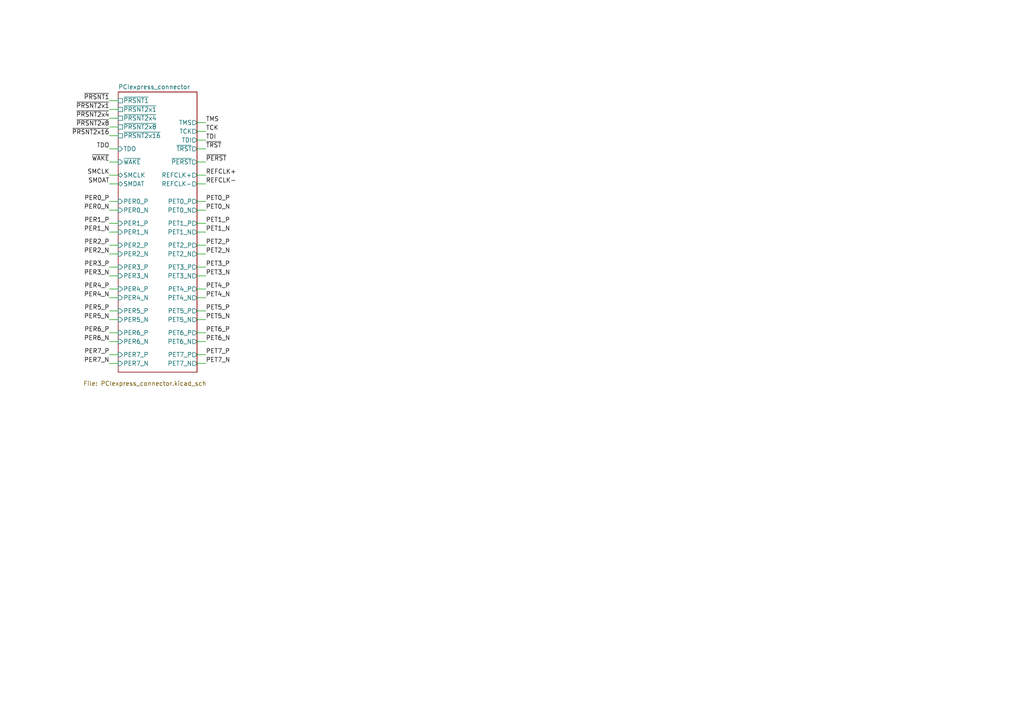
<source format=kicad_sch>
(kicad_sch (version 20211123) (generator eeschema)
  (paper "A4")
  (title_block (title "PCIexpress_x8_low") (company "Author: Luca Anastasio"))
  (lib_symbols)
  (wire (pts (xy 31.75 96.52) (xy 34.29 96.52)))
  (wire (pts (xy 57.15 83.82) (xy 59.69 83.82)))
  (wire (pts (xy 57.15 46.99) (xy 59.69 46.99)))
  (wire (pts (xy 31.75 31.75) (xy 34.29 31.75)))
  (wire (pts (xy 57.15 67.31) (xy 59.69 67.31)))
  (wire (pts (xy 31.75 73.66) (xy 34.29 73.66)))
  (wire (pts (xy 57.15 96.52) (xy 59.69 96.52)))
  (wire (pts (xy 31.75 58.42) (xy 34.29 58.42)))
  (wire (pts (xy 31.75 71.12) (xy 34.29 71.12)))
  (wire (pts (xy 31.75 39.37) (xy 34.29 39.37)))
  (wire (pts (xy 31.75 92.71) (xy 34.29 92.71)))
  (wire (pts (xy 31.75 102.87) (xy 34.29 102.87)))
  (wire (pts (xy 31.75 43.18) (xy 34.29 43.18)))
  (wire (pts (xy 57.15 71.12) (xy 59.69 71.12)))
  (wire (pts (xy 31.75 80.01) (xy 34.29 80.01)))
  (wire (pts (xy 57.15 92.71) (xy 59.69 92.71)))
  (wire (pts (xy 31.75 50.8) (xy 34.29 50.8)))
  (wire (pts (xy 31.75 53.34) (xy 34.29 53.34)))
  (wire (pts (xy 57.15 53.34) (xy 59.69 53.34)))
  (wire (pts (xy 57.15 99.06) (xy 59.69 99.06)))
  (wire (pts (xy 57.15 38.1) (xy 59.69 38.1)))
  (wire (pts (xy 31.75 90.17) (xy 34.29 90.17)))
  (wire (pts (xy 57.15 50.8) (xy 59.69 50.8)))
  (wire (pts (xy 31.75 86.36) (xy 34.29 86.36)))
  (wire (pts (xy 31.75 77.47) (xy 34.29 77.47)))
  (wire (pts (xy 57.15 40.64) (xy 59.69 40.64)))
  (wire (pts (xy 31.75 46.99) (xy 34.29 46.99)))
  (wire (pts (xy 31.75 83.82) (xy 34.29 83.82)))
  (wire (pts (xy 57.15 58.42) (xy 59.69 58.42)))
  (wire (pts (xy 31.75 99.06) (xy 34.29 99.06)))
  (wire (pts (xy 57.15 43.18) (xy 59.69 43.18)))
  (wire (pts (xy 57.15 73.66) (xy 59.69 73.66)))
  (wire (pts (xy 31.75 105.41) (xy 34.29 105.41)))
  (wire (pts (xy 57.15 90.17) (xy 59.69 90.17)))
  (wire (pts (xy 57.15 60.96) (xy 59.69 60.96)))
  (wire (pts (xy 31.75 36.83) (xy 34.29 36.83)))
  (wire (pts (xy 57.15 80.01) (xy 59.69 80.01)))
  (wire (pts (xy 57.15 77.47) (xy 59.69 77.47)))
  (wire (pts (xy 57.15 105.41) (xy 59.69 105.41)))
  (wire (pts (xy 31.75 34.29) (xy 34.29 34.29)))
  (wire (pts (xy 31.75 64.77) (xy 34.29 64.77)))
  (wire (pts (xy 57.15 64.77) (xy 59.69 64.77)))
  (wire (pts (xy 31.75 60.96) (xy 34.29 60.96)))
  (wire (pts (xy 31.75 67.31) (xy 34.29 67.31)))
  (wire (pts (xy 57.15 35.56) (xy 59.69 35.56)))
  (wire (pts (xy 57.15 102.87) (xy 59.69 102.87)))
  (wire (pts (xy 57.15 86.36) (xy 59.69 86.36)))
  (wire (pts (xy 31.75 29.21) (xy 34.29 29.21)))
  (label "PET1_N" (at 59.69 67.31 0))
  (label "PET6_N" (at 59.69 99.06 0))
  (label "PET7_N" (at 59.69 105.41 0))
  (label "PER3_P" (at 31.75 77.47 180))
  (label "~{PRSNT2x4}" (at 31.75 34.29 180))
  (label "PET4_P" (at 59.69 83.82 0))
  (label "PER4_N" (at 31.75 86.36 180))
  (label "PET3_N" (at 59.69 80.01 0))
  (label "PER4_P" (at 31.75 83.82 180))
  (label "~{PRSNT2x8}" (at 31.75 36.83 180))
  (label "SMDAT" (at 31.75 53.34 180))
  (label "PER5_P" (at 31.75 90.17 180))
  (label "PER2_P" (at 31.75 71.12 180))
  (label "PER6_P" (at 31.75 96.52 180))
  (label "PET3_P" (at 59.69 77.47 0))
  (label "PET5_N" (at 59.69 92.71 0))
  (label "~{PRSNT2x16}" (at 31.75 39.37 180))
  (label "PER1_P" (at 31.75 64.77 180))
  (label "~{PRSNT2x1}" (at 31.75 31.75 180))
  (label "PET5_P" (at 59.69 90.17 0))
  (label "TDO" (at 31.75 43.18 180))
  (label "SMCLK" (at 31.75 50.8 180))
  (label "PER0_N" (at 31.75 60.96 180))
  (label "REFCLK+" (at 59.69 50.8 0))
  (label "PER7_P" (at 31.75 102.87 180))
  (label "PER7_N" (at 31.75 105.41 180))
  (label "TMS" (at 59.69 35.56 0))
  (label "~{TRST}" (at 59.69 43.18 0))
  (label "PET0_P" (at 59.69 58.42 0))
  (label "PET0_N" (at 59.69 60.96 0))
  (label "PER2_N" (at 31.75 73.66 180))
  (label "~{WAKE}" (at 31.75 46.99 180))
  (label "PET2_P" (at 59.69 71.12 0))
  (label "PET7_P" (at 59.69 102.87 0))
  (label "PER0_P" (at 31.75 58.42 180))
  (label "PET2_N" (at 59.69 73.66 0))
  (label "PER1_N" (at 31.75 67.31 180))
  (label "PER3_N" (at 31.75 80.01 180))
  (label "PER5_N" (at 31.75 92.71 180))
  (label "REFCLK-" (at 59.69 53.34 0))
  (label "~{PRSNT1}" (at 31.75 29.21 180))
  (label "TCK" (at 59.69 38.1 0))
  (label "PET1_P" (at 59.69 64.77 0))
  (label "PET6_P" (at 59.69 96.52 0))
  (label "PET4_N" (at 59.69 86.36 0))
  (label "TDI" (at 59.69 40.64 0))
  (label "~{PERST}" (at 59.69 46.99 0))
  (label "PER6_N" (at 31.75 99.06 180))
  (sheet (at 34.29 26.67) (size 22.86 81.28)
    (property "Sheet name" "PCIexpress_connector" (at 34.29 25.9584 0) (effects (justify left bottom)))
    (property "Sheet file" "PCIexpress_connector.kicad_sch" (at 24.13 110.49 0) (effects (justify left top)))
    (pin "PET0_P" output (at 57.15 58.42 0))
    (pin "PET0_N" output (at 57.15 60.96 0))
    (pin "REFCLK+" output (at 57.15 50.8 0))
    (pin "REFCLK-" output (at 57.15 53.34 0))
    (pin "~{PRSNT2x16}" passive (at 34.29 39.37 180))
    (pin "TDO" input (at 34.29 43.18 180))
    (pin "TMS" output (at 57.15 35.56 0))
    (pin "TDI" output (at 57.15 40.64 0))
    (pin "TCK" output (at 57.15 38.1 0))
    (pin "PET1_P" output (at 57.15 64.77 0))
    (pin "PET1_N" output (at 57.15 67.31 0))
    (pin "PET2_P" output (at 57.15 71.12 0))
    (pin "PET2_N" output (at 57.15 73.66 0))
    (pin "PET3_P" output (at 57.15 77.47 0))
    (pin "PET3_N" output (at 57.15 80.01 0))
    (pin "PER1_P" input (at 34.29 64.77 180))
    (pin "PER1_N" input (at 34.29 67.31 180))
    (pin "PER2_P" input (at 34.29 71.12 180))
    (pin "PER2_N" input (at 34.29 73.66 180))
    (pin "PER3_P" input (at 34.29 77.47 180))
    (pin "PER3_N" input (at 34.29 80.01 180))
    (pin "PER4_P" input (at 34.29 83.82 180))
    (pin "PER4_N" input (at 34.29 86.36 180))
    (pin "PER5_P" input (at 34.29 90.17 180))
    (pin "PER5_N" input (at 34.29 92.71 180))
    (pin "PER6_P" input (at 34.29 96.52 180))
    (pin "PER6_N" input (at 34.29 99.06 180))
    (pin "PER7_P" input (at 34.29 102.87 180))
    (pin "PER7_N" input (at 34.29 105.41 180))
    (pin "~{WAKE}" input (at 34.29 46.99 180))
    (pin "~{TRST}" output (at 57.15 43.18 0))
    (pin "SMCLK" bidirectional (at 34.29 50.8 180))
    (pin "SMDAT" bidirectional (at 34.29 53.34 180))
    (pin "~{PERST}" output (at 57.15 46.99 0))
    (pin "~{PRSNT1}" passive (at 34.29 29.21 180))
    (pin "~{PRSNT2x8}" passive (at 34.29 36.83 180))
    (pin "~{PRSNT2x4}" passive (at 34.29 34.29 180))
    (pin "~{PRSNT2x1}" passive (at 34.29 31.75 180))
    (pin "PET4_P" output (at 57.15 83.82 0))
    (pin "PET4_N" output (at 57.15 86.36 0))
    (pin "PET5_P" output (at 57.15 90.17 0))
    (pin "PET5_N" output (at 57.15 92.71 0))
    (pin "PET6_P" output (at 57.15 96.52 0))
    (pin "PET6_N" output (at 57.15 99.06 0))
    (pin "PET7_P" output (at 57.15 102.87 0))
    (pin "PET7_N" output (at 57.15 105.41 0))
    (pin "PER0_N" input (at 34.29 60.96 180))
    (pin "PER0_P" input (at 34.29 58.42 180))
  )
)
</source>
